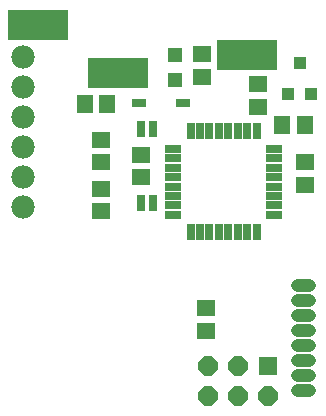
<source format=gts>
G75*
%MOIN*%
%OFA0B0*%
%FSLAX25Y25*%
%IPPOS*%
%LPD*%
%AMOC8*
5,1,8,0,0,1.08239X$1,22.5*
%
%ADD10R,0.06306X0.05518*%
%ADD11R,0.05518X0.06306*%
%ADD12R,0.05400X0.02600*%
%ADD13R,0.02600X0.05400*%
%ADD14R,0.04337X0.03943*%
%ADD15C,0.04400*%
%ADD16R,0.20400X0.10400*%
%ADD17R,0.05124X0.03156*%
%ADD18R,0.05124X0.05124*%
%ADD19R,0.06400X0.06400*%
%ADD20OC8,0.06400*%
%ADD21C,0.07800*%
%ADD22R,0.02900X0.05400*%
D10*
X0061970Y0076660D03*
X0061970Y0084141D03*
X0062012Y0093017D03*
X0062012Y0100497D03*
X0075572Y0095379D03*
X0075572Y0087899D03*
X0114347Y0111517D03*
X0114347Y0118997D03*
X0095725Y0121427D03*
X0095725Y0128907D03*
X0129953Y0092961D03*
X0129953Y0085481D03*
X0097135Y0044238D03*
X0097135Y0036757D03*
D11*
X0122453Y0105320D03*
X0129934Y0105320D03*
X0064075Y0112462D03*
X0056595Y0112462D03*
D12*
X0086049Y0075446D03*
X0086049Y0078596D03*
X0086049Y0081745D03*
X0086049Y0084895D03*
X0086049Y0088045D03*
X0086049Y0091194D03*
X0086049Y0094344D03*
X0086049Y0097493D03*
X0119849Y0097493D03*
X0119849Y0094344D03*
X0119849Y0091194D03*
X0119849Y0088045D03*
X0119849Y0084895D03*
X0119849Y0081745D03*
X0119849Y0078596D03*
X0119849Y0075446D03*
D13*
X0113973Y0069570D03*
X0110823Y0069570D03*
X0107674Y0069570D03*
X0104524Y0069570D03*
X0101375Y0069570D03*
X0098225Y0069570D03*
X0095075Y0069570D03*
X0091926Y0069570D03*
X0091926Y0103370D03*
X0095075Y0103370D03*
X0098225Y0103370D03*
X0101375Y0103370D03*
X0104524Y0103370D03*
X0107674Y0103370D03*
X0110823Y0103370D03*
X0113973Y0103370D03*
D14*
X0124351Y0115726D03*
X0132225Y0115726D03*
X0128288Y0125962D03*
D15*
X0127438Y0052033D02*
X0131438Y0052033D01*
X0131438Y0047033D02*
X0127438Y0047033D01*
X0127438Y0042033D02*
X0131438Y0042033D01*
X0131438Y0037033D02*
X0127438Y0037033D01*
X0127438Y0032033D02*
X0131438Y0032033D01*
X0131438Y0027033D02*
X0127438Y0027033D01*
X0127438Y0022033D02*
X0131438Y0022033D01*
X0131438Y0017033D02*
X0127438Y0017033D01*
D16*
X0067713Y0122844D03*
X0041198Y0138592D03*
X0110627Y0128749D03*
D17*
X0089363Y0112651D03*
X0074796Y0112651D03*
D18*
X0086725Y0120533D03*
X0086725Y0128801D03*
D19*
X0117725Y0025167D03*
D20*
X0107725Y0025167D03*
X0097725Y0025167D03*
X0097725Y0015167D03*
X0107725Y0015167D03*
X0117725Y0015167D03*
D21*
X0036225Y0078167D03*
X0036225Y0088167D03*
X0036225Y0098167D03*
X0036225Y0108167D03*
X0036225Y0118167D03*
X0036225Y0128167D03*
D22*
X0075375Y0104117D03*
X0079375Y0104117D03*
X0079475Y0079367D03*
X0075475Y0079367D03*
M02*

</source>
